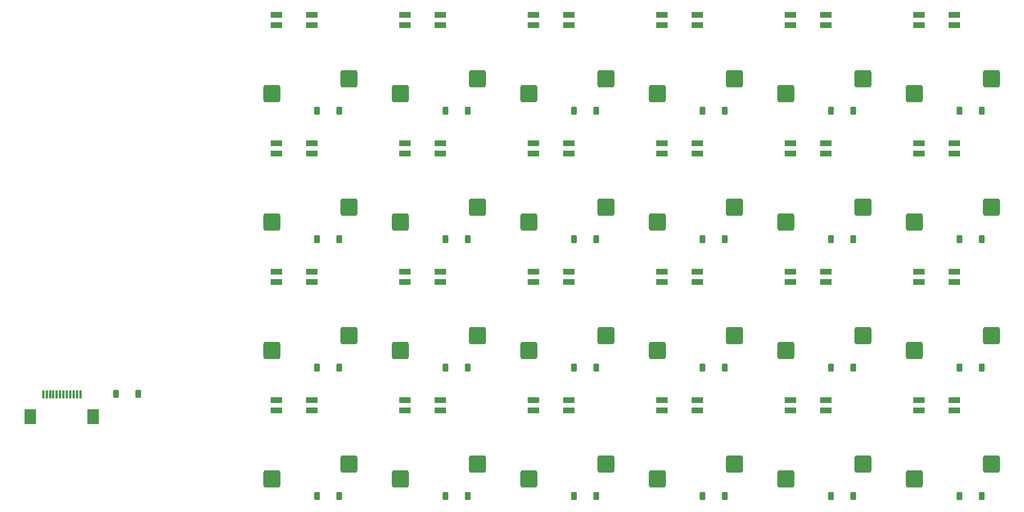
<source format=gbr>
%TF.GenerationSoftware,KiCad,Pcbnew,7.0.5*%
%TF.CreationDate,2025-01-15T14:24:04+08:00*%
%TF.ProjectId,TPS,5450532e-6b69-4636-9164-5f7063625858,rev?*%
%TF.SameCoordinates,Original*%
%TF.FileFunction,Paste,Top*%
%TF.FilePolarity,Positive*%
%FSLAX46Y46*%
G04 Gerber Fmt 4.6, Leading zero omitted, Abs format (unit mm)*
G04 Created by KiCad (PCBNEW 7.0.5) date 2025-01-15 14:24:04*
%MOMM*%
%LPD*%
G01*
G04 APERTURE LIST*
G04 Aperture macros list*
%AMRoundRect*
0 Rectangle with rounded corners*
0 $1 Rounding radius*
0 $2 $3 $4 $5 $6 $7 $8 $9 X,Y pos of 4 corners*
0 Add a 4 corners polygon primitive as box body*
4,1,4,$2,$3,$4,$5,$6,$7,$8,$9,$2,$3,0*
0 Add four circle primitives for the rounded corners*
1,1,$1+$1,$2,$3*
1,1,$1+$1,$4,$5*
1,1,$1+$1,$6,$7*
1,1,$1+$1,$8,$9*
0 Add four rect primitives between the rounded corners*
20,1,$1+$1,$2,$3,$4,$5,0*
20,1,$1+$1,$4,$5,$6,$7,0*
20,1,$1+$1,$6,$7,$8,$9,0*
20,1,$1+$1,$8,$9,$2,$3,0*%
G04 Aperture macros list end*
%ADD10RoundRect,0.225000X-0.225000X-0.375000X0.225000X-0.375000X0.225000X0.375000X-0.225000X0.375000X0*%
%ADD11RoundRect,0.250000X1.000000X1.000000X-1.000000X1.000000X-1.000000X-1.000000X1.000000X-1.000000X0*%
%ADD12R,1.800000X2.200000*%
%ADD13R,0.300000X1.300000*%
%ADD14R,1.800000X0.820000*%
G04 APERTURE END LIST*
D10*
%TO.C,D13*%
X158200167Y-47050499D03*
X161500167Y-47050499D03*
%TD*%
%TO.C,D20*%
X177250000Y-104200000D03*
X180550000Y-104200000D03*
%TD*%
D11*
%TO.C,SW16*%
X151500167Y-101675499D03*
X162900167Y-99475499D03*
%TD*%
D10*
%TO.C,D1*%
X101050167Y-47050499D03*
X104350167Y-47050499D03*
%TD*%
%TO.C,D18*%
X177250167Y-66100499D03*
X180550167Y-66100499D03*
%TD*%
D11*
%TO.C,SW3*%
X94350167Y-82625499D03*
X105750167Y-80425499D03*
%TD*%
%TO.C,SW4*%
X94350167Y-101675499D03*
X105750167Y-99475499D03*
%TD*%
D10*
%TO.C,D22*%
X196300167Y-66100499D03*
X199600167Y-66100499D03*
%TD*%
D11*
%TO.C,SW1*%
X94350167Y-44525499D03*
X105750167Y-42325499D03*
%TD*%
D10*
%TO.C,D6*%
X120100167Y-66100499D03*
X123400167Y-66100499D03*
%TD*%
D11*
%TO.C,SW7*%
X113400168Y-82625498D03*
X124800168Y-80425498D03*
%TD*%
%TO.C,SW9*%
X132450167Y-44525499D03*
X143850167Y-42325499D03*
%TD*%
D10*
%TO.C,D2*%
X101050167Y-66100499D03*
X104350167Y-66100499D03*
%TD*%
%TO.C,D7*%
X120100168Y-85150498D03*
X123400168Y-85150498D03*
%TD*%
D11*
%TO.C,SW17*%
X170550167Y-44525499D03*
X181950167Y-42325499D03*
%TD*%
%TO.C,SW22*%
X189600167Y-63575499D03*
X201000167Y-61375499D03*
%TD*%
%TO.C,SW21*%
X189600167Y-44525499D03*
X201000167Y-42325499D03*
%TD*%
D10*
%TO.C,D19*%
X177250167Y-85150499D03*
X180550167Y-85150499D03*
%TD*%
D11*
%TO.C,SW23*%
X189600167Y-82625499D03*
X201000167Y-80425499D03*
%TD*%
D10*
%TO.C,D12*%
X139150167Y-104200499D03*
X142450167Y-104200499D03*
%TD*%
%TO.C,D25*%
X71271000Y-89075000D03*
X74571000Y-89075000D03*
%TD*%
D11*
%TO.C,SW18*%
X170550167Y-63575499D03*
X181950167Y-61375499D03*
%TD*%
D10*
%TO.C,D4*%
X101050167Y-104200499D03*
X104350167Y-104200499D03*
%TD*%
%TO.C,D14*%
X158200167Y-66100499D03*
X161500167Y-66100499D03*
%TD*%
%TO.C,D11*%
X139150167Y-85150499D03*
X142450167Y-85150499D03*
%TD*%
%TO.C,D10*%
X139150167Y-66100499D03*
X142450167Y-66100499D03*
%TD*%
D11*
%TO.C,SW13*%
X151500167Y-44525499D03*
X162900167Y-42325499D03*
%TD*%
%TO.C,SW12*%
X132450167Y-101675499D03*
X143850167Y-99475499D03*
%TD*%
D10*
%TO.C,D16*%
X158200167Y-104200499D03*
X161500167Y-104200499D03*
%TD*%
%TO.C,D17*%
X177250167Y-47050499D03*
X180550167Y-47050499D03*
%TD*%
D11*
%TO.C,SW14*%
X151500167Y-63575499D03*
X162900167Y-61375499D03*
%TD*%
D10*
%TO.C,D3*%
X101050167Y-85150499D03*
X104350167Y-85150499D03*
%TD*%
D11*
%TO.C,SW5*%
X113400167Y-44525499D03*
X124800167Y-42325499D03*
%TD*%
%TO.C,SW11*%
X132450167Y-82625499D03*
X143850167Y-80425499D03*
%TD*%
D10*
%TO.C,D15*%
X158200167Y-85150499D03*
X161500167Y-85150499D03*
%TD*%
D11*
%TO.C,SW20*%
X170550167Y-101675499D03*
X181950167Y-99475499D03*
%TD*%
%TO.C,SW15*%
X151500167Y-82625499D03*
X162900167Y-80425499D03*
%TD*%
D10*
%TO.C,D8*%
X120100167Y-104200499D03*
X123400167Y-104200499D03*
%TD*%
D11*
%TO.C,SW10*%
X132450167Y-63575499D03*
X143850167Y-61375499D03*
%TD*%
D10*
%TO.C,D9*%
X139150167Y-47050499D03*
X142450167Y-47050499D03*
%TD*%
%TO.C,D24*%
X196300168Y-104200498D03*
X199600168Y-104200498D03*
%TD*%
D11*
%TO.C,SW6*%
X113400167Y-63575499D03*
X124800167Y-61375499D03*
%TD*%
D12*
%TO.C,J2*%
X58571000Y-92443000D03*
X67871000Y-92443000D03*
D13*
X60471000Y-89193000D03*
X60971000Y-89193000D03*
X61471000Y-89193000D03*
X61971000Y-89193000D03*
X62471000Y-89193000D03*
X62971000Y-89193000D03*
X63471000Y-89193000D03*
X63971000Y-89193000D03*
X64471000Y-89193000D03*
X64971000Y-89193000D03*
X65471000Y-89193000D03*
X65971000Y-89193000D03*
%TD*%
D10*
%TO.C,D21*%
X196300167Y-47050499D03*
X199600167Y-47050499D03*
%TD*%
%TO.C,D5*%
X120100167Y-47050499D03*
X123400167Y-47050499D03*
%TD*%
D11*
%TO.C,SW2*%
X94350167Y-63575499D03*
X105750167Y-61375499D03*
%TD*%
D10*
%TO.C,D23*%
X196300167Y-85150499D03*
X199600167Y-85150499D03*
%TD*%
D11*
%TO.C,SW24*%
X189600168Y-101675498D03*
X201000168Y-99475498D03*
%TD*%
%TO.C,SW8*%
X113400167Y-101675499D03*
X124800167Y-99475499D03*
%TD*%
%TO.C,SW19*%
X170550167Y-82625499D03*
X181950167Y-80425499D03*
%TD*%
D14*
%TO.C,L5*%
X119350167Y-32875499D03*
X119350167Y-34375499D03*
X114050167Y-34375499D03*
X114050167Y-32875499D03*
%TD*%
%TO.C,L13*%
X157450167Y-32875499D03*
X157450167Y-34375499D03*
X152150167Y-34375499D03*
X152150167Y-32875499D03*
%TD*%
%TO.C,L11*%
X138400167Y-70975499D03*
X138400167Y-72475499D03*
X133100167Y-72475499D03*
X133100167Y-70975499D03*
%TD*%
%TO.C,L23*%
X195550167Y-70975499D03*
X195550167Y-72475499D03*
X190250167Y-72475499D03*
X190250167Y-70975499D03*
%TD*%
%TO.C,L10*%
X138400167Y-51925499D03*
X138400167Y-53425499D03*
X133100167Y-53425499D03*
X133100167Y-51925499D03*
%TD*%
%TO.C,L16*%
X157450167Y-90025499D03*
X157450167Y-91525499D03*
X152150167Y-91525499D03*
X152150167Y-90025499D03*
%TD*%
%TO.C,L17*%
X176500167Y-32875499D03*
X176500167Y-34375499D03*
X171200167Y-34375499D03*
X171200167Y-32875499D03*
%TD*%
%TO.C,L18*%
X176500167Y-51925499D03*
X176500167Y-53425499D03*
X171200167Y-53425499D03*
X171200167Y-51925499D03*
%TD*%
%TO.C,L24*%
X195550167Y-90025499D03*
X195550167Y-91525499D03*
X190250167Y-91525499D03*
X190250167Y-90025499D03*
%TD*%
%TO.C,L2*%
X100300167Y-51925499D03*
X100300167Y-53425499D03*
X95000167Y-53425499D03*
X95000167Y-51925499D03*
%TD*%
%TO.C,L15*%
X157450167Y-70975499D03*
X157450167Y-72475499D03*
X152150167Y-72475499D03*
X152150167Y-70975499D03*
%TD*%
%TO.C,L21*%
X195550167Y-32875499D03*
X195550167Y-34375499D03*
X190250167Y-34375499D03*
X190250167Y-32875499D03*
%TD*%
%TO.C,L8*%
X119350167Y-90025499D03*
X119350167Y-91525499D03*
X114050167Y-91525499D03*
X114050167Y-90025499D03*
%TD*%
%TO.C,L9*%
X138400167Y-32875499D03*
X138400167Y-34375499D03*
X133100167Y-34375499D03*
X133100167Y-32875499D03*
%TD*%
%TO.C,L20*%
X176500167Y-90025499D03*
X176500167Y-91525499D03*
X171200167Y-91525499D03*
X171200167Y-90025499D03*
%TD*%
%TO.C,L14*%
X157450167Y-51925499D03*
X157450167Y-53425499D03*
X152150167Y-53425499D03*
X152150167Y-51925499D03*
%TD*%
%TO.C,L6*%
X119350167Y-51925499D03*
X119350167Y-53425499D03*
X114050167Y-53425499D03*
X114050167Y-51925499D03*
%TD*%
%TO.C,L22*%
X195550167Y-51925499D03*
X195550167Y-53425499D03*
X190250167Y-53425499D03*
X190250167Y-51925499D03*
%TD*%
%TO.C,L3*%
X100300167Y-70975499D03*
X100300167Y-72475499D03*
X95000167Y-72475499D03*
X95000167Y-70975499D03*
%TD*%
%TO.C,L4*%
X100300167Y-90025499D03*
X100300167Y-91525499D03*
X95000167Y-91525499D03*
X95000167Y-90025499D03*
%TD*%
%TO.C,L12*%
X138400167Y-90025499D03*
X138400167Y-91525499D03*
X133100167Y-91525499D03*
X133100167Y-90025499D03*
%TD*%
%TO.C,L19*%
X176500167Y-70975499D03*
X176500167Y-72475499D03*
X171200167Y-72475499D03*
X171200167Y-70975499D03*
%TD*%
%TO.C,L7*%
X119350168Y-70975498D03*
X119350168Y-72475498D03*
X114050168Y-72475498D03*
X114050168Y-70975498D03*
%TD*%
%TO.C,L1*%
X100300167Y-32875499D03*
X100300167Y-34375499D03*
X95000167Y-34375499D03*
X95000167Y-32875499D03*
%TD*%
M02*

</source>
